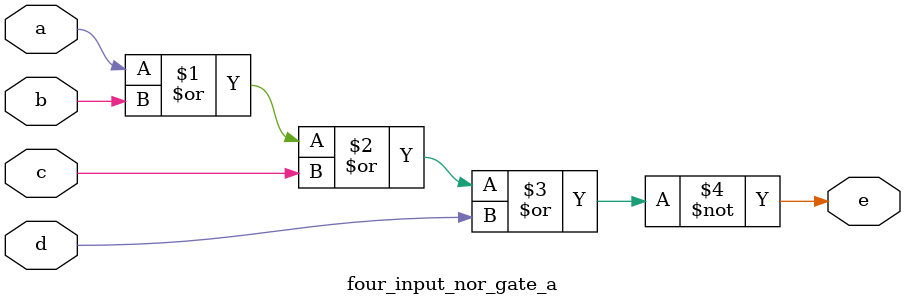
<source format=v>
`timescale 1ns / 1ps


module four_input_nor_gate_a(
    input a,b,c,d,
    output e
    );
    
    assign e = ~(a|b|c|d);
    
endmodule

</source>
